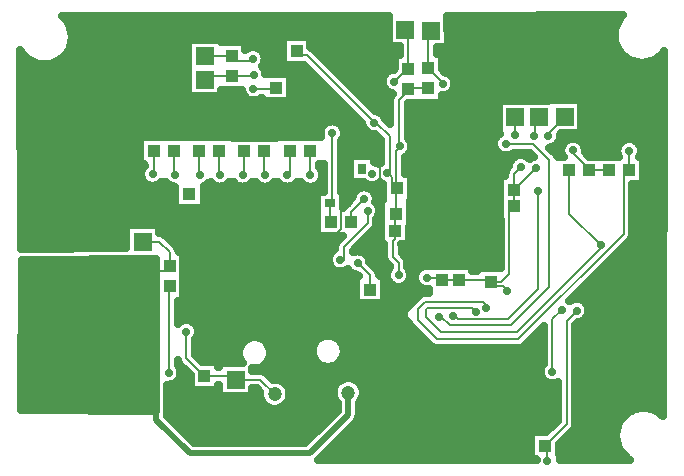
<source format=gbr>
G04 DipTrace 3.2.0.1*
G04 Bottom.gbr*
%MOIN*%
G04 #@! TF.FileFunction,Copper,L2,Bot*
G04 #@! TF.Part,Single*
G04 #@! TA.AperFunction,Conductor*
%ADD14C,0.007874*%
%ADD15C,0.019685*%
G04 #@! TA.AperFunction,CopperBalancing*
%ADD16C,0.025*%
%ADD17R,0.027559X0.035433*%
%ADD18R,0.035433X0.027559*%
%ADD19R,0.043307X0.03937*%
%ADD20R,0.03937X0.043307*%
G04 #@! TA.AperFunction,ComponentPad*
%ADD27R,0.047244X0.047244*%
%ADD28C,0.047244*%
%ADD33R,0.059055X0.059055*%
G04 #@! TA.AperFunction,ViaPad*
%ADD43C,0.027559*%
%ADD45C,0.062992*%
%FSLAX26Y26*%
G04*
G70*
G90*
G75*
G01*
G04 Bottom*
%LPD*%
X1699698Y1348504D2*
D14*
Y1346886D1*
X1682811Y1363773D1*
Y1383675D1*
X1668228Y1398257D1*
X1699698Y1348504D2*
X1698055D1*
Y1469467D1*
X1714571Y1485983D1*
X1709446D1*
X1695169Y1205539D2*
Y1261672D1*
X1695581D1*
X1804437Y1679539D2*
X1740348D1*
X1738664Y1677856D1*
X1365585Y1804398D2*
Y1789707D1*
X1400163D1*
X1628938Y1560932D1*
X1623866D1*
Y1565471D1*
X1738664Y1677856D2*
X1737371D1*
X1751636Y1663591D1*
X1729686D1*
X1707058Y1640962D1*
Y1488371D1*
X1709446Y1485983D1*
X1623866Y1565471D2*
X1630643D1*
X1675573Y1520541D1*
Y1398257D1*
X1668228D1*
X1695581Y1261672D2*
Y1344387D1*
X1699698Y1348504D1*
X1706058Y1056692D2*
Y1098877D1*
X1687273Y1117661D1*
Y1169780D1*
X1695169Y1177676D1*
Y1205539D1*
X848648Y1065007D2*
X773209D1*
X771652Y1066563D1*
X697972D1*
X696416Y1068119D1*
X624193D1*
X624089Y1068223D1*
X547504D1*
X547400Y1068119D1*
Y984587D1*
X548955Y983031D1*
Y898760D1*
X548853Y898657D1*
Y817546D1*
X547297Y815990D1*
Y736491D1*
X549058Y734730D1*
Y651755D1*
X550820Y649992D1*
X625849D1*
X627509Y651652D1*
X701495D1*
X701597Y651550D1*
X779948D1*
X780050Y651652D1*
X810894D1*
X811570Y650976D1*
X852950D1*
X853423Y651449D1*
X550820Y649992D2*
X473799D1*
X471833Y648026D1*
Y728115D1*
X468537Y731412D1*
Y808731D1*
X475795Y815990D1*
Y900010D1*
X475898Y900113D1*
Y987781D1*
X476688Y988571D1*
Y1061734D1*
X470301Y1068121D1*
X547400D1*
X548955Y983031D2*
X482227D1*
X476688Y988571D1*
X548853Y898657D2*
X477353D1*
X475898Y900113D1*
X547297Y815990D2*
X475795D1*
X549058Y734730D2*
X471854D1*
X468537Y731412D1*
X943627Y1086269D2*
Y1070404D1*
X854046D1*
X848648Y1065007D1*
X943627Y1086269D2*
Y1132677D1*
X907417Y1168887D1*
X852651D1*
X1537966Y665429D2*
D15*
Y591144D1*
X1409505Y462684D1*
X1010154D1*
X898622Y574215D1*
Y606249D1*
X853423Y651449D1*
X2013092Y1033684D2*
D14*
Y1019293D1*
X2052831D1*
X2067890Y1004234D1*
X2089996Y1286949D2*
Y1341202D1*
X2090139D1*
X1906474Y1041114D2*
X1852867D1*
X1851987Y1041995D1*
X2407083Y1406833D2*
X2341927D1*
X2341375Y1406282D1*
X2088160Y1333467D2*
X2084969D1*
X2164509Y1413008D1*
X2164915D1*
X2341375Y1406282D2*
Y1409913D1*
X2277663Y1473626D1*
X2287686D1*
X2113507Y1418760D2*
X2114787D1*
X2089192Y1393164D1*
Y1340255D1*
X2089996Y1286949D2*
X2075545D1*
Y1060713D1*
X2048516Y1033684D1*
X2013092D1*
X1906474Y1041114D2*
X2005661D1*
X2013092Y1033684D1*
X1799098Y1049240D2*
X1844741D1*
X1851987Y1041995D1*
X1057419Y720262D2*
X997630Y780051D1*
Y869117D1*
X1057419Y720262D2*
X1151105D1*
X1162572Y708795D1*
X1244608D1*
X1292794Y660609D1*
X1149986Y1721281D2*
Y1719357D1*
X1216739D1*
X1223127Y1725745D1*
X1149986Y1721281D2*
X1073213D1*
X1059983Y1708051D1*
X1149986Y1788210D2*
X1062049D1*
X1059777Y1785938D1*
X1149986Y1788210D2*
Y1770266D1*
X1212333D1*
X1220566Y1778499D1*
X2218531Y734925D2*
Y909503D1*
X2250373Y941344D1*
X1365585Y1737469D2*
X1413022D1*
X1637654Y1512837D1*
X1084718Y1851592D2*
X1195850D1*
X1364442Y1683000D1*
Y1681026D1*
X2261249Y487728D2*
Y490350D1*
X2313591Y542692D1*
Y736773D1*
X2064877Y1402123D2*
Y1399563D1*
X2006516Y1341202D1*
X2023210D1*
X1582706Y1359450D2*
Y1349806D1*
X1529429Y1296529D1*
X853820Y1326440D2*
X940753D1*
X941731Y1327417D1*
X1637654Y1512837D2*
Y1507930D1*
X1644270Y1501314D1*
Y1357142D1*
X1631320Y1344192D1*
X1592071D1*
X1582706Y1353556D1*
Y1359450D1*
X1713576Y1161172D2*
X1717731D1*
X1762098Y1205539D1*
X1529429Y1296529D2*
X1515552D1*
Y1211102D1*
X1491837Y1187387D1*
X1406568D1*
X1383942Y1210013D1*
Y1207329D1*
X941731Y1327417D2*
Y1201986D1*
X979572Y1164144D1*
X1159963Y606710D2*
X1119660D1*
X1080371Y645999D1*
X1114295Y818668D2*
X1088895D1*
X1057419Y787192D1*
X1739169Y1409508D2*
Y1375962D1*
X1766627Y1348504D1*
X1114295Y818668D2*
D15*
Y821833D1*
X1155047Y862585D1*
X1259501D1*
X1292794Y829293D1*
Y739349D1*
X1533146D1*
X1537966Y744169D1*
D14*
Y867681D1*
X1678188Y1007903D1*
X1695745D1*
Y957932D1*
X1695259Y957445D1*
X1698176D1*
X1711790Y971059D1*
Y1015098D1*
X1805615Y1108924D1*
X1851987D1*
X1804437Y1746469D2*
X1853039Y1697866D1*
Y1694869D1*
X1804437Y1746469D2*
Y1861927D1*
X1814088Y1871577D1*
X1738664Y1744785D2*
X1733678D1*
X1691364Y1702470D1*
X1738664Y1744785D2*
Y1865096D1*
X1728008Y1875752D1*
X1409525Y1471551D2*
Y1392902D1*
X1411860Y1390567D1*
X1258314Y1469408D2*
Y1393665D1*
X1260970Y1391009D1*
X1106648Y1472504D2*
Y1394157D1*
X1109639Y1391167D1*
X956172Y1471551D2*
Y1395604D1*
X960371Y1391404D1*
X2274446Y1406282D2*
Y1262175D1*
X2379533Y1157088D1*
Y1148003D1*
X2099765Y868235D1*
X1846150D1*
X1796907Y917478D1*
Y942816D1*
X1802886Y948795D1*
X1951315D1*
X1964594Y935516D1*
X2474012Y1406833D2*
X2474383Y1471290D1*
X2474012Y1406833D2*
X2456247Y1389068D1*
Y1194878D1*
X2104241Y842873D1*
X1834214D1*
X1769211Y907875D1*
Y943466D1*
X1793934Y968189D1*
X1986385D1*
X1995925Y958648D1*
Y948231D1*
X1221969Y1678303D2*
X1294790D1*
X1297513Y1681026D1*
X1478248Y1296529D2*
Y1236299D1*
X1480682Y1233865D1*
X1484849Y1530709D2*
Y1303130D1*
X1478248Y1296529D1*
X1547612Y1233865D2*
Y1267303D1*
X1590995Y1310686D1*
X1342596Y1471551D2*
Y1397668D1*
X1335518Y1390591D1*
X1191385Y1469408D2*
Y1395996D1*
X1185979Y1390591D1*
X1039719Y1472504D2*
Y1392761D1*
X1042266Y1390214D1*
X889243Y1471551D2*
Y1396932D1*
X886333Y1394022D1*
X1611259Y1007903D2*
Y1055972D1*
X1569689Y1097542D1*
X939697Y730781D2*
Y1015409D1*
X943627Y1019340D1*
X2194320Y487728D2*
X2205678D1*
Y499333D1*
X2265735Y559390D1*
Y904633D1*
X2300070Y938967D1*
X2202047Y439144D2*
Y480001D1*
X2194320Y487728D1*
X1511794Y1108446D2*
X1523003D1*
Y1149714D1*
X1602667Y1229378D1*
Y1271215D1*
X1842106Y919123D2*
X1847294D1*
X1875804Y890613D1*
X2080886D1*
X2207980Y1017707D1*
Y1441602D1*
X2154617Y1494966D1*
X2063028D1*
X1885886Y919802D2*
X1892854D1*
X1903329Y909327D1*
X2070790D1*
X2171720Y1010257D1*
Y1337911D1*
X2260054Y1585461D2*
X2247556D1*
Y1571673D1*
X2204533Y1528650D1*
Y1520852D1*
X2174917Y1583647D2*
Y1569257D1*
X2160803Y1555143D1*
Y1520087D1*
X2158854D1*
X2095371Y1583157D2*
Y1523028D1*
X2095396Y1523003D1*
D43*
X1799098Y1049240D3*
X1484849Y1530709D3*
X1569689Y1097542D3*
X1964594Y935516D3*
X1995925Y948231D3*
X1739169Y1409508D3*
X979572Y1164144D3*
X1511794Y1108446D3*
X1602667Y1271215D3*
X1706058Y1056692D3*
X1713576Y1161172D3*
X2202047Y439144D3*
X2250373Y941344D3*
X2300070Y938967D3*
X1617046Y1395252D3*
X1590995Y1310686D3*
X853820Y1326440D3*
X1885886Y919802D3*
X2171720Y1337911D3*
X1842106Y919123D3*
X1114295Y818668D3*
X1080371Y645999D3*
X997630Y869117D3*
X939697Y730781D3*
X2474383Y1471290D3*
X2287686Y1473626D3*
X2379533Y1157088D3*
X1221969Y1678303D3*
X1223127Y1725745D3*
X1220566Y1778499D3*
X1709446Y1485983D3*
X1668228Y1398257D3*
X2067890Y1004234D3*
X2164915Y1413008D3*
X1084718Y1851592D3*
X1637654Y1512837D3*
X1623866Y1565471D3*
X2204533Y1520852D3*
X2158854Y1520087D3*
X2095396Y1523003D3*
X1691364Y1702470D3*
X1853039Y1694869D3*
X1411860Y1390567D3*
X1335518Y1390591D3*
X1260970Y1391009D3*
X1185979Y1390591D3*
X1109639Y1391167D3*
X1042266Y1390214D3*
X960371Y1391404D3*
X886333Y1394022D3*
X2313591Y736773D3*
D45*
X470301Y1068121D3*
X476688Y988571D3*
X475898Y900113D3*
X471833Y648026D3*
X547400Y1068119D3*
X624089Y1068223D3*
X696416Y1068119D3*
X771652Y1066563D3*
X848648Y1065007D3*
X548955Y983031D3*
X548853Y898657D3*
X550820Y649992D3*
X627509Y651652D3*
X701597Y651550D3*
X780050Y651652D3*
X853423Y651449D3*
X547297Y815990D3*
X475795D3*
X468537Y731412D3*
X549058Y734730D3*
D43*
X2063028Y1494966D3*
X2113507Y1418760D3*
X2064877Y1402123D3*
X2218531Y734925D3*
X1383942Y1207329D3*
X1695259Y957445D3*
X790291Y1756432D3*
X780298Y1381904D3*
X1823003Y1411820D3*
X1753105Y1346034D2*
D16*
X2031159D1*
X1752387Y1321165D2*
X2030980D1*
X1751669Y1296297D2*
X2030765D1*
X1750988Y1271428D2*
X2030550D1*
X1750270Y1246559D2*
X2030370D1*
X1749552Y1221690D2*
X2030155D1*
X1748835Y1196822D2*
X2029975D1*
X1748152Y1171953D2*
X2029760D1*
X1747436Y1147084D2*
X2029545D1*
X1746718Y1122215D2*
X2029365D1*
X1746000Y1097346D2*
X2029150D1*
X1816177Y1088959D2*
X1896983D1*
Y1088062D1*
X1951470Y1088079D1*
Y1084311D1*
X2031531Y1083654D1*
X2033852Y1368446D1*
X1751270Y1370801D1*
X1743193Y1085938D1*
X1784871Y1085636D1*
X1789972Y1087251D1*
X1796031Y1088210D1*
X1802165D1*
X1806990Y1087496D1*
X1806991Y1088959D1*
X1816177D1*
X451570Y1087205D2*
X893759D1*
X451462Y1062336D2*
X893759D1*
X451391Y1037467D2*
X893759D1*
X451319Y1012598D2*
X893759D1*
X451211Y987730D2*
X893759D1*
X451139Y962861D2*
X893759D1*
X451068Y937992D2*
X893759D1*
X450961Y913123D2*
X893759D1*
X450888Y888255D2*
X893759D1*
X450816Y863386D2*
X893759D1*
X450709Y838517D2*
X893759D1*
X450638Y813648D2*
X893759D1*
X450566Y788780D2*
X893759D1*
X450458Y763911D2*
X893759D1*
X450386Y739042D2*
X893759D1*
X450314Y714173D2*
X893759D1*
X450206Y689304D2*
X893759D1*
X450135Y664436D2*
X893759D1*
X450063Y639567D2*
X893759D1*
X449955Y614698D2*
X893759D1*
X449122Y1106938D2*
X447444Y606715D1*
X896273Y603413D1*
X896262Y1111966D1*
X449147Y1106928D1*
X605282Y1898719D2*
X1670672D1*
X1871420D2*
X2433714D1*
X615941Y1873850D2*
X1670672D1*
X1871420D2*
X2425101D1*
X618919Y1848982D2*
X1318075D1*
X1413072D2*
X1670672D1*
X1871420D2*
X2423773D1*
X614971Y1824113D2*
X1002437D1*
X1197479D2*
X1318075D1*
X1413072D2*
X1670672D1*
X1871420D2*
X2429444D1*
X603058Y1799244D2*
X1002437D1*
X1256186D2*
X1318075D1*
X1434495D2*
X1706915D1*
X1836182D2*
X2443761D1*
X446639Y1774375D2*
X472320D1*
X577795D2*
X1002437D1*
X1261928D2*
X1318075D1*
X1459362D2*
X1691161D1*
X1851936D2*
X2475160D1*
X2559500D2*
X2588912D1*
X446710Y1749507D2*
X1002437D1*
X1256652D2*
X1396517D1*
X1484230D2*
X1691161D1*
X1851936D2*
X2588804D1*
X446747Y1724638D2*
X1002652D1*
X1346972D2*
X1421385D1*
X1509098D2*
X1656677D1*
X1880858D2*
X2588697D1*
X446818Y1699769D2*
X1002652D1*
X1346972D2*
X1446252D1*
X1533966D2*
X1649860D1*
X1894315D2*
X2588589D1*
X446854Y1674900D2*
X1002652D1*
X1346972D2*
X1471121D1*
X1558833D2*
X1661163D1*
X1889147D2*
X2588482D1*
X446927Y1650031D2*
X1192479D1*
X1346972D2*
X1495988D1*
X1583701D2*
X1676736D1*
X1851936D2*
X2588374D1*
X446962Y1625163D2*
X1520856D1*
X1608568D2*
X1675302D1*
X1738793D2*
X2038018D1*
X2317388D2*
X2588266D1*
X447034Y1600294D2*
X1545723D1*
X1644130D2*
X1675302D1*
X1738793D2*
X2038018D1*
X2317388D2*
X2588159D1*
X447070Y1575425D2*
X1570591D1*
X1738793D2*
X2038018D1*
X2317388D2*
X2588051D1*
X447142Y1550556D2*
X1448656D1*
X1521012D2*
X1585232D1*
X1738793D2*
X2038018D1*
X2317388D2*
X2587944D1*
X447177Y1525688D2*
X1443597D1*
X1526106D2*
X1626571D1*
X1738793D2*
X2036367D1*
X2245836D2*
X2587801D1*
X447249Y1500819D2*
X839774D1*
X1516597D2*
X1643831D1*
X1748122D2*
X2021870D1*
X2240597D2*
X2257092D1*
X2318286D2*
X2446273D1*
X2502516D2*
X2587693D1*
X447285Y1475950D2*
X839774D1*
X1516597D2*
X1643831D1*
X1749738D2*
X2026356D1*
X2217487D2*
X2246004D1*
X2329196D2*
X2433068D1*
X2515685D2*
X2587585D1*
X447357Y1451081D2*
X839774D1*
X1516597D2*
X1539946D1*
X1625470D2*
X1643831D1*
X1729786D2*
X2089010D1*
X2138004D2*
X2153566D1*
X2523472D2*
X2587478D1*
X447392Y1426213D2*
X856461D1*
X1516597D2*
X1539946D1*
X1729786D2*
X2072647D1*
X2523472D2*
X2587370D1*
X447465Y1401344D2*
X845444D1*
X1516597D2*
X1539946D1*
X1729786D2*
X2058615D1*
X2523472D2*
X2587262D1*
X447500Y1376475D2*
X848888D1*
X1516597D2*
X1539946D1*
X1749163D2*
X2040675D1*
X2523472D2*
X2587155D1*
X447572Y1351606D2*
X958012D1*
X1059290D2*
X1180602D1*
X1191362D2*
X1330131D1*
X1340913D2*
X1453106D1*
X1516597D2*
X1650218D1*
X1749163D2*
X2040675D1*
X2487983D2*
X2587047D1*
X447608Y1326738D2*
X958012D1*
X1059290D2*
X1432724D1*
X1523774D2*
X1552865D1*
X1629130D2*
X1650218D1*
X1749163D2*
X2040530D1*
X2487983D2*
X2586940D1*
X447680Y1301869D2*
X958012D1*
X1059290D2*
X1432724D1*
X1523774D2*
X1538331D1*
X1631571D2*
X1646127D1*
X1745037D2*
X2040530D1*
X2487983D2*
X2586831D1*
X447715Y1277000D2*
X1431217D1*
X1745037D2*
X2040530D1*
X2487983D2*
X2586723D1*
X447787Y1252131D2*
X1431217D1*
X1745037D2*
X2040530D1*
X2487983D2*
X2586615D1*
X447823Y1227262D2*
X1431217D1*
X1745037D2*
X2043797D1*
X2487983D2*
X2586508D1*
X447895Y1202394D2*
X795314D1*
X909975D2*
X1431217D1*
X1619550D2*
X1645697D1*
X1744642D2*
X2043797D1*
X2487983D2*
X2586400D1*
X447930Y1177525D2*
X795314D1*
X942630D2*
X1506969D1*
X1594681D2*
X1645697D1*
X1744642D2*
X2043797D1*
X2482277D2*
X2586293D1*
X448003Y1152656D2*
X795314D1*
X967497D2*
X1491395D1*
X1569814D2*
X1655529D1*
X1719020D2*
X2043797D1*
X2457875D2*
X2586185D1*
X991109Y1127787D2*
X1475319D1*
X1596942D2*
X1655529D1*
X1720993D2*
X2043797D1*
X2433008D2*
X2586077D1*
X991109Y1102919D2*
X1470581D1*
X1610902D2*
X1659512D1*
X1737537D2*
X2043797D1*
X2408140D2*
X2585970D1*
X991109Y1078050D2*
X1484720D1*
X1633042D2*
X1670816D1*
X1741304D2*
X1770178D1*
X2383273D2*
X2585862D1*
X991109Y1053181D2*
X1570197D1*
X1643017D2*
X1664608D1*
X2358404D2*
X2585755D1*
X991109Y1028312D2*
X1561799D1*
X1660709D2*
X1676665D1*
X1735455D2*
X1763576D1*
X2333537D2*
X2585647D1*
X991109Y1003444D2*
X1561799D1*
X1660709D2*
X1804484D1*
X2308669D2*
X2585539D1*
X991109Y978575D2*
X1561799D1*
X1660709D2*
X1760454D1*
X2283802D2*
X2585432D1*
X971445Y953706D2*
X1735587D1*
X2338776D2*
X2585324D1*
X971445Y928837D2*
X1719833D1*
X2340319D2*
X2585217D1*
X1017844Y903969D2*
X1729272D1*
X2319972D2*
X2585109D1*
X1037938Y879100D2*
X1754139D1*
X2297474D2*
X2585001D1*
X1036287Y854231D2*
X1458417D1*
X1483656D2*
X1779007D1*
X2159463D2*
X2186794D1*
X2297474D2*
X2584894D1*
X1029362Y829362D2*
X1181571D1*
X1270144D2*
X1423573D1*
X1518500D2*
X1803874D1*
X2134594D2*
X2186794D1*
X2297474D2*
X2584786D1*
X1029362Y804493D2*
X1171739D1*
X1280013D2*
X1416541D1*
X1525533D2*
X2186794D1*
X2297474D2*
X2584678D1*
X1041921Y779625D2*
X1174861D1*
X1276856D2*
X1422210D1*
X1519864D2*
X2186794D1*
X2297474D2*
X2584571D1*
X1256617Y754756D2*
X1449697D1*
X1492375D2*
X2182345D1*
X2297474D2*
X2584463D1*
X981277Y729887D2*
X1003944D1*
X1267382D2*
X2177249D1*
X2297474D2*
X2584356D1*
X971588Y705018D2*
X1009937D1*
X1315825D2*
X1506718D1*
X1569240D2*
X2190849D1*
X2297474D2*
X2584248D1*
X936566Y680150D2*
X1009937D1*
X1340155D2*
X1488811D1*
X1587146D2*
X2233982D1*
X2297474D2*
X2584140D1*
X936566Y655281D2*
X1105245D1*
X1219907D2*
X1241640D1*
X1343923D2*
X1487591D1*
X1588331D2*
X2233982D1*
X2297474D2*
X2584033D1*
X936566Y630412D2*
X1251797D1*
X1333803D2*
X1500329D1*
X1575627D2*
X2233982D1*
X2297474D2*
X2583925D1*
X936566Y605543D2*
X1500151D1*
X1575627D2*
X2233982D1*
X2297474D2*
X2482265D1*
X2562945D2*
X2583818D1*
X944388Y580675D2*
X1475282D1*
X1574012D2*
X2233982D1*
X2297474D2*
X2449753D1*
X969256Y555806D2*
X1450415D1*
X1554850D2*
X2218301D1*
X2297259D2*
X2435077D1*
X994123Y530937D2*
X1425547D1*
X1529983D2*
X2144846D1*
X2281146D2*
X2429121D1*
X1018992Y506068D2*
X1400680D1*
X1505114D2*
X2144846D1*
X2256278D2*
X2430197D1*
X1480247Y481199D2*
X2144846D1*
X2243790D2*
X2438522D1*
X1455379Y456331D2*
X2144846D1*
X2244938D2*
X2456966D1*
X1551621Y1454840D2*
X1622978D1*
X1623161Y1433861D1*
X1629126Y1432429D1*
X1634793Y1430081D1*
X1640879Y1426201D1*
X1646318Y1430594D1*
X1646325Y1508458D1*
X1628122Y1526629D1*
X1623866Y1526381D1*
X1617751Y1526862D1*
X1611786Y1528294D1*
X1606119Y1530642D1*
X1600890Y1533846D1*
X1596224Y1537829D1*
X1592241Y1542495D1*
X1589037Y1547724D1*
X1586689Y1553391D1*
X1585257Y1559356D1*
X1584846Y1563661D1*
X1391081Y1757427D1*
X1320589Y1757433D1*
Y1851362D1*
X1410581D1*
Y1817021D1*
X1415445Y1814646D1*
X1419157Y1811948D1*
X1479306Y1751928D1*
X1626933Y1604441D1*
X1632992Y1603482D1*
X1638825Y1601587D1*
X1644291Y1598802D1*
X1649253Y1595196D1*
X1653591Y1590858D1*
X1657197Y1585896D1*
X1659982Y1580430D1*
X1661483Y1575993D1*
X1677790Y1559688D1*
X1677900Y1643257D1*
X1678618Y1647790D1*
X1680035Y1652155D1*
X1682119Y1656244D1*
X1684818Y1659957D1*
X1686383Y1661650D1*
X1685248Y1663861D1*
X1679283Y1665293D1*
X1673617Y1667640D1*
X1668387Y1670845D1*
X1663722Y1674828D1*
X1659739Y1679493D1*
X1656534Y1684723D1*
X1654186Y1690390D1*
X1652755Y1696354D1*
X1652273Y1702470D1*
X1652755Y1708585D1*
X1654186Y1714550D1*
X1656534Y1720217D1*
X1659739Y1725446D1*
X1663722Y1730112D1*
X1668387Y1734094D1*
X1673617Y1737299D1*
X1679283Y1739647D1*
X1685248Y1741079D1*
X1689004Y1741467D1*
X1693646Y1746114D1*
X1693668Y1791749D1*
X1709421D1*
X1709356Y1820913D1*
X1673169D1*
Y1922199D1*
X583957Y1920530D1*
X589665Y1915301D1*
X594535Y1910033D1*
X598978Y1904399D1*
X602963Y1898433D1*
X606469Y1892173D1*
X609472Y1885657D1*
X611955Y1878927D1*
X613903Y1872022D1*
X615303Y1864986D1*
X616146Y1857861D1*
X616428Y1850692D1*
X616146Y1843522D1*
X615303Y1836398D1*
X613903Y1829361D1*
X611955Y1822457D1*
X609472Y1815726D1*
X606469Y1809210D1*
X602963Y1802950D1*
X598978Y1796984D1*
X594535Y1791350D1*
X589665Y1786083D1*
X584398Y1781213D1*
X578764Y1776770D1*
X572798Y1772785D1*
X566538Y1769280D1*
X560022Y1766276D1*
X553291Y1763793D1*
X546387Y1761845D1*
X539350Y1760445D1*
X532226Y1759602D1*
X525056Y1759320D1*
X517887Y1759602D1*
X510762Y1760445D1*
X503726Y1761845D1*
X496822Y1763793D1*
X490091Y1766276D1*
X483575Y1769280D1*
X477315Y1772785D1*
X471349Y1776770D1*
X465715Y1781213D1*
X460448Y1786083D1*
X455577Y1791350D1*
X451135Y1796984D1*
X447150Y1802950D1*
X444068Y1808451D1*
X445567Y1144701D1*
X797819Y1148644D1*
X797812Y1223726D1*
X907490D1*
Y1198140D1*
X911992Y1197776D1*
X916455Y1196703D1*
X920696Y1194948D1*
X924609Y1192550D1*
X928105Y1189562D1*
X965867Y1151672D1*
X968566Y1147959D1*
X970650Y1143870D1*
X972067Y1139505D1*
X972786Y1134963D1*
X981308Y1133234D1*
X988623D1*
Y972375D1*
X968923D1*
X968945Y895664D1*
X972243Y898841D1*
X977205Y902448D1*
X982671Y905232D1*
X988504Y907127D1*
X994563Y908087D1*
X1000697D1*
X1006756Y907127D1*
X1012589Y905232D1*
X1018055Y902448D1*
X1023017Y898841D1*
X1027354Y894504D1*
X1030961Y889542D1*
X1033745Y884076D1*
X1035640Y878243D1*
X1036600Y872184D1*
Y866050D1*
X1035640Y859991D1*
X1033745Y854157D1*
X1030961Y848692D1*
X1026874Y843210D1*
X1026878Y792146D1*
X1051831Y767214D1*
X1102415Y767227D1*
Y749535D1*
X1107764Y749510D1*
X1107734Y763634D1*
X1187218D1*
X1183795Y767839D1*
X1179531Y774797D1*
X1176408Y782335D1*
X1174504Y790269D1*
X1173864Y798404D1*
X1174504Y806539D1*
X1176408Y814474D1*
X1179531Y822012D1*
X1183795Y828970D1*
X1189094Y835175D1*
X1195299Y840474D1*
X1202257Y844738D1*
X1209795Y847861D1*
X1217730Y849765D1*
X1225865Y850406D1*
X1234000Y849765D1*
X1241934Y847861D1*
X1249472Y844738D1*
X1256430Y840474D1*
X1262635Y835175D1*
X1267934Y828970D1*
X1272198Y822012D1*
X1275322Y814474D1*
X1277226Y806539D1*
X1277866Y798404D1*
X1277226Y790269D1*
X1275322Y782335D1*
X1272198Y774797D1*
X1267934Y767839D1*
X1262635Y761634D1*
X1256430Y756335D1*
X1249472Y752071D1*
X1241934Y748948D1*
X1234000Y747043D1*
X1225865Y746403D1*
X1217402Y747109D1*
X1217411Y738049D1*
X1246903Y737953D1*
X1251436Y737235D1*
X1255801Y735818D1*
X1259890Y733734D1*
X1263602Y731035D1*
X1285715Y709051D1*
X1292794Y709542D1*
X1300449Y708940D1*
X1307915Y707147D1*
X1315009Y704209D1*
X1321556Y700197D1*
X1327395Y695210D1*
X1332382Y689371D1*
X1336394Y682824D1*
X1339332Y675730D1*
X1341125Y668264D1*
X1341727Y660609D1*
X1341125Y652954D1*
X1339332Y645488D1*
X1336394Y638394D1*
X1332382Y631846D1*
X1327395Y626008D1*
X1321556Y621021D1*
X1315009Y617009D1*
X1307915Y614071D1*
X1300449Y612278D1*
X1292794Y611676D1*
X1285139Y612278D1*
X1277673Y614071D1*
X1270579Y617009D1*
X1264031Y621021D1*
X1258193Y626008D1*
X1253206Y631846D1*
X1249194Y638394D1*
X1246256Y645488D1*
X1244463Y652954D1*
X1243861Y660609D1*
X1244391Y667652D1*
X1232504Y679537D1*
X1217444Y679547D1*
X1217411Y653957D1*
X1107734D1*
Y691025D1*
X1102411Y691014D1*
X1102415Y673298D1*
X1012423D1*
Y723930D1*
X975390Y761056D1*
X972692Y764769D1*
X970608Y768858D1*
X969188Y773232D1*
X968945Y756720D1*
X973028Y751206D1*
X975812Y745740D1*
X977707Y739907D1*
X978667Y733848D1*
Y727714D1*
X977707Y721655D1*
X975812Y715822D1*
X973028Y710356D1*
X969421Y705394D1*
X965084Y701056D1*
X960122Y697450D1*
X954656Y694665D1*
X948823Y692770D1*
X942764Y691811D1*
X936630D1*
X934070Y692114D1*
X933979Y588639D1*
X1024696Y497856D1*
X1394940Y497837D1*
X1502815Y605707D1*
X1502812Y631370D1*
X1498378Y636667D1*
X1494366Y643214D1*
X1491428Y650308D1*
X1489635Y657774D1*
X1489033Y665429D1*
X1489635Y673084D1*
X1491428Y680550D1*
X1494366Y687644D1*
X1498378Y694192D1*
X1503365Y700030D1*
X1509203Y705017D1*
X1515751Y709029D1*
X1522845Y711967D1*
X1530311Y713760D1*
X1537966Y714362D1*
X1545621Y713760D1*
X1553087Y711967D1*
X1560181Y709029D1*
X1566728Y705017D1*
X1572567Y700030D1*
X1577554Y694192D1*
X1581566Y687644D1*
X1584504Y680550D1*
X1586297Y673084D1*
X1586899Y665429D1*
X1586297Y657774D1*
X1584504Y650308D1*
X1581566Y643214D1*
X1577554Y636667D1*
X1573127Y631434D1*
X1573012Y588386D1*
X1572148Y582938D1*
X1570444Y577692D1*
X1567940Y572777D1*
X1564697Y568314D1*
X1523849Y527312D1*
X1437493Y440958D1*
X2165581Y442064D1*
X2165466Y442734D1*
X2147356Y442732D1*
Y532724D1*
X2197701D1*
X2236480Y571499D1*
X2236278Y700096D1*
X2230612Y697748D1*
X2224647Y696316D1*
X2218531Y695835D1*
X2212416Y696316D1*
X2206451Y697748D1*
X2200785Y700096D1*
X2195555Y703301D1*
X2190890Y707283D1*
X2186907Y711949D1*
X2183702Y717178D1*
X2181354Y722845D1*
X2179923Y728810D1*
X2179441Y734925D1*
X2179923Y741041D1*
X2181354Y747005D1*
X2183702Y752672D1*
X2186907Y757902D1*
X2189287Y760832D1*
X2189283Y886535D1*
X2123236Y820633D1*
X2119524Y817934D1*
X2115434Y815850D1*
X2111070Y814433D1*
X2106537Y813715D1*
X2021564Y813625D1*
X1831919Y813715D1*
X1827386Y814433D1*
X1823021Y815850D1*
X1818932Y817934D1*
X1815219Y820633D1*
X1755071Y880652D1*
X1729176Y906676D1*
X1726478Y910388D1*
X1724394Y914478D1*
X1722976Y918843D1*
X1722259Y923375D1*
Y927966D1*
X1722976Y932499D1*
X1724394Y936864D1*
X1726478Y940953D1*
X1729176Y944665D1*
X1773253Y988870D1*
X1776743Y991852D1*
X1780656Y994249D1*
X1784896Y996005D1*
X1789360Y997077D1*
X1793934Y997437D1*
X1806961D1*
X1806991Y1010927D1*
X1802165Y1010270D1*
X1796031D1*
X1789972Y1011230D1*
X1784139Y1013125D1*
X1778673Y1015909D1*
X1773711Y1019516D1*
X1769374Y1023853D1*
X1765768Y1028815D1*
X1762983Y1034281D1*
X1761088Y1040114D1*
X1760129Y1046173D1*
Y1052307D1*
X1761088Y1058366D1*
X1762983Y1064199D1*
X1765768Y1069665D1*
X1769374Y1074627D1*
X1773711Y1078965D1*
X1778673Y1082571D1*
X1784139Y1085356D1*
X1789972Y1087251D1*
X1796031Y1088210D1*
X1802165D1*
X1806990Y1087496D1*
X1806991Y1088959D1*
X1896983D1*
Y1088062D1*
X1951470Y1088079D1*
Y1070387D1*
X1968087Y1070362D1*
X1968096Y1080648D1*
X2046287D1*
X2046297Y1241963D1*
X2043031Y1241953D1*
X2043175Y1386198D1*
X2059933D1*
X2060034Y1395459D1*
X2060752Y1399992D1*
X2062169Y1404357D1*
X2064253Y1408446D1*
X2066951Y1412159D1*
X2074537Y1421827D1*
X2075496Y1427886D1*
X2077391Y1433719D1*
X2080176Y1439185D1*
X2083782Y1444147D1*
X2088119Y1448484D1*
X2093081Y1452091D1*
X2098547Y1454875D1*
X2104381Y1456770D1*
X2110440Y1457730D1*
X2116573D1*
X2122633Y1456770D1*
X2128466Y1454875D1*
X2133932Y1452091D1*
X2138894Y1448484D1*
X2142442Y1445001D1*
X2147168Y1447837D1*
X2152835Y1450185D1*
X2156976Y1451255D1*
X2142513Y1465706D1*
X2088984Y1465718D1*
X2083453Y1461635D1*
X2077987Y1458850D1*
X2072154Y1456955D1*
X2066094Y1455996D1*
X2059961D1*
X2053902Y1456955D1*
X2048068Y1458850D1*
X2042602Y1461635D1*
X2037640Y1465241D1*
X2033303Y1469579D1*
X2029697Y1474541D1*
X2026912Y1480007D1*
X2025017Y1485840D1*
X2024058Y1491899D1*
Y1498033D1*
X2025017Y1504092D1*
X2026912Y1509925D1*
X2029697Y1515391D1*
X2033303Y1520353D1*
X2037640Y1524690D1*
X2042634Y1528314D1*
X2040533Y1528319D1*
Y1637996D1*
X2120088D1*
X2120079Y1638486D1*
X2205232D1*
X2205215Y1640299D1*
X2314892D1*
Y1530622D1*
X2247896D1*
X2243503Y1523919D1*
Y1517785D1*
X2242543Y1511726D1*
X2240648Y1505892D1*
X2237864Y1500427D1*
X2234257Y1495465D1*
X2229920Y1491127D1*
X2224958Y1487521D1*
X2219492Y1484736D1*
X2213659Y1482841D1*
X2208898Y1482035D1*
X2230220Y1460597D1*
X2232919Y1456885D1*
X2235005Y1452786D1*
X2236668Y1451278D1*
X2255579D1*
X2252857Y1455879D1*
X2250509Y1461546D1*
X2248774Y1469051D1*
X2248415Y1473626D1*
X2248777Y1478210D1*
X2250509Y1485706D1*
X2252857Y1491373D1*
X2256062Y1496602D1*
X2260045Y1501268D1*
X2264710Y1505251D1*
X2269940Y1508455D1*
X2275606Y1510803D1*
X2281571Y1512235D1*
X2287686Y1512717D1*
X2293802Y1512235D1*
X2299766Y1510803D1*
X2305433Y1508455D1*
X2310663Y1505251D1*
X2315328Y1501268D1*
X2319311Y1496602D1*
X2322516Y1491373D1*
X2324864Y1485706D1*
X2326295Y1479741D1*
X2326777Y1473626D1*
X2326106Y1466558D1*
X2341353Y1451299D1*
X2360114Y1451278D1*
X2360118Y1451829D1*
X2440504D1*
X2438268Y1456331D1*
X2436373Y1462164D1*
X2435413Y1468223D1*
Y1474357D1*
X2436373Y1480416D1*
X2438268Y1486249D1*
X2441052Y1491715D1*
X2444659Y1496677D1*
X2448996Y1501014D1*
X2453958Y1504621D1*
X2459424Y1507406D1*
X2465257Y1509301D1*
X2471316Y1510260D1*
X2477450D1*
X2483509Y1509301D1*
X2489343Y1507406D1*
X2494808Y1504621D1*
X2499770Y1501014D1*
X2504108Y1496677D1*
X2507714Y1491715D1*
X2510499Y1486249D1*
X2512394Y1480416D1*
X2513353Y1474357D1*
Y1468223D1*
X2512394Y1462164D1*
X2510499Y1456331D1*
X2508259Y1451839D1*
X2520976Y1451829D1*
Y1361837D1*
X2485487D1*
X2485404Y1192583D1*
X2484686Y1188050D1*
X2483269Y1183685D1*
X2481185Y1179596D1*
X2478487Y1175883D1*
X2418467Y1115735D1*
X2274672Y971941D1*
X2276631Y970262D1*
X2282323Y973797D1*
X2287990Y976144D1*
X2293954Y977576D1*
X2300070Y978058D1*
X2306185Y977576D1*
X2312150Y976144D1*
X2317816Y973797D1*
X2323046Y970592D1*
X2327711Y966609D1*
X2331694Y961944D1*
X2334899Y956714D1*
X2337247Y951047D1*
X2338678Y945083D1*
X2339160Y938967D1*
X2338678Y932852D1*
X2337247Y926887D1*
X2334899Y921220D1*
X2331694Y915991D1*
X2327711Y911325D1*
X2323046Y907343D1*
X2317816Y904138D1*
X2312150Y901790D1*
X2306185Y900358D1*
X2302429Y899970D1*
X2294996Y892531D1*
X2294892Y557094D1*
X2294175Y552562D1*
X2292757Y548197D1*
X2290673Y544108D1*
X2287975Y540395D1*
X2241276Y493568D1*
X2241285Y460777D1*
X2242688Y454928D1*
X2243169Y448812D1*
X2242588Y442192D1*
X2478133Y442539D1*
X2468888Y448451D1*
X2463255Y452894D1*
X2457987Y457764D1*
X2453117Y463031D1*
X2448675Y468665D1*
X2444689Y474631D1*
X2441184Y480891D1*
X2438180Y487407D1*
X2435697Y494138D1*
X2433749Y501042D1*
X2432349Y508079D1*
X2431507Y515203D1*
X2431224Y522373D1*
X2431507Y529542D1*
X2432349Y536667D1*
X2433749Y543703D1*
X2435697Y550608D1*
X2438180Y557339D1*
X2441184Y563854D1*
X2444689Y570114D1*
X2448675Y576080D1*
X2453117Y581714D1*
X2457987Y586982D1*
X2463255Y591852D1*
X2468888Y596294D1*
X2474854Y600280D1*
X2481114Y603785D1*
X2487630Y606789D1*
X2494361Y609272D1*
X2501265Y611219D1*
X2508302Y612619D1*
X2515427Y613462D1*
X2522596Y613744D1*
X2529765Y613462D1*
X2536890Y612619D1*
X2543927Y611219D1*
X2550831Y609272D1*
X2557562Y606789D1*
X2564077Y603785D1*
X2570337Y600280D1*
X2576303Y596294D1*
X2581937Y591852D1*
X2586238Y587877D1*
X2591530Y1803371D1*
X2586808Y1797341D1*
X2581938Y1792073D1*
X2576671Y1787203D1*
X2571037Y1782761D1*
X2565071Y1778776D1*
X2558811Y1775270D1*
X2552295Y1772266D1*
X2545564Y1769783D1*
X2538660Y1767836D1*
X2531623Y1766436D1*
X2524499Y1765593D1*
X2517329Y1765311D1*
X2510160Y1765593D1*
X2503035Y1766436D1*
X2495999Y1767836D1*
X2489094Y1769783D1*
X2482364Y1772266D1*
X2475848Y1775270D1*
X2469588Y1778776D1*
X2463622Y1782761D1*
X2457988Y1787203D1*
X2452720Y1792073D1*
X2447850Y1797341D1*
X2443408Y1802975D1*
X2439423Y1808941D1*
X2435917Y1815201D1*
X2432913Y1821717D1*
X2430430Y1828448D1*
X2428483Y1835352D1*
X2427083Y1842388D1*
X2426240Y1849513D1*
X2425958Y1856682D1*
X2426240Y1863852D1*
X2427083Y1870976D1*
X2428483Y1878013D1*
X2430430Y1884917D1*
X2432913Y1891648D1*
X2435917Y1898164D1*
X2439423Y1904424D1*
X2443408Y1910390D1*
X2447850Y1916024D1*
X2454963Y1923365D1*
X1868896Y1922475D1*
X1868927Y1816739D1*
X1833652D1*
X1833685Y1793424D1*
X1849433Y1793433D1*
Y1742801D1*
X1858739Y1733530D1*
X1865119Y1732046D1*
X1870786Y1729698D1*
X1876016Y1726493D1*
X1880681Y1722510D1*
X1884664Y1717845D1*
X1887869Y1712615D1*
X1890217Y1706949D1*
X1891648Y1700984D1*
X1892130Y1694869D1*
X1891648Y1688753D1*
X1890217Y1682789D1*
X1887869Y1677122D1*
X1884664Y1671892D1*
X1880681Y1667227D1*
X1876016Y1663244D1*
X1870786Y1660039D1*
X1865119Y1657692D1*
X1859155Y1656260D1*
X1853039Y1655778D1*
X1849437Y1655962D1*
X1849433Y1632575D1*
X1783657D1*
X1783660Y1630891D1*
X1738339D1*
X1736285Y1628827D1*
X1736306Y1514399D1*
X1741071Y1508959D1*
X1744276Y1503730D1*
X1746623Y1498063D1*
X1748055Y1492098D1*
X1748537Y1485983D1*
X1748055Y1479867D1*
X1746623Y1473903D1*
X1744276Y1468236D1*
X1741071Y1463007D1*
X1737088Y1458341D1*
X1732423Y1454358D1*
X1727303Y1451094D1*
Y1393500D1*
X1746663D1*
Y1303508D1*
X1742537D1*
X1742546Y1216676D1*
X1742151D1*
X1742134Y1160543D1*
X1718832Y1160484D1*
X1717404Y1158675D1*
X1716521Y1151407D1*
Y1129769D1*
X1728298Y1117871D1*
X1730996Y1114159D1*
X1733080Y1110070D1*
X1734497Y1105705D1*
X1735215Y1101172D1*
X1735306Y1082621D1*
X1739388Y1077117D1*
X1742173Y1071651D1*
X1744068Y1065818D1*
X1745028Y1059759D1*
Y1053625D1*
X1744068Y1047566D1*
X1742173Y1041732D1*
X1739388Y1036266D1*
X1735782Y1031304D1*
X1731445Y1026967D1*
X1726483Y1023361D1*
X1721017Y1020576D1*
X1715184Y1018681D1*
X1709125Y1017722D1*
X1702991D1*
X1696932Y1018681D1*
X1691098Y1020576D1*
X1685633Y1023361D1*
X1680671Y1026967D1*
X1676333Y1031304D1*
X1672727Y1036266D1*
X1669942Y1041732D1*
X1668047Y1047566D1*
X1667088Y1053625D1*
Y1059759D1*
X1668047Y1065818D1*
X1669942Y1071651D1*
X1672727Y1077117D1*
X1676814Y1082598D1*
X1676810Y1086727D1*
X1665033Y1098667D1*
X1662335Y1102379D1*
X1660251Y1106469D1*
X1658833Y1110833D1*
X1658115Y1115366D1*
X1658025Y1160543D1*
X1648205D1*
Y1250535D1*
X1648600D1*
X1648617Y1306668D1*
X1652744D1*
X1652734Y1362394D1*
X1647803Y1364927D1*
X1644395Y1367308D1*
X1640022Y1363627D1*
X1634793Y1360423D1*
X1629126Y1358075D1*
X1623161Y1356643D1*
X1617046Y1356161D1*
X1610930Y1356643D1*
X1604966Y1358075D1*
X1599299Y1360423D1*
X1594070Y1363627D1*
X1590681Y1366430D1*
X1542434Y1366423D1*
Y1454840D1*
X1551621D1*
X1444407Y1335619D2*
X1455567D1*
X1455601Y1426535D1*
X1439014Y1426555D1*
X1439013Y1418672D1*
X1443484Y1413543D1*
X1446689Y1408314D1*
X1449037Y1402647D1*
X1450469Y1396682D1*
X1450950Y1390567D1*
X1450469Y1384451D1*
X1449037Y1378487D1*
X1446689Y1372820D1*
X1443484Y1367591D1*
X1439501Y1362925D1*
X1434836Y1358942D1*
X1429606Y1355738D1*
X1423940Y1353390D1*
X1417975Y1351958D1*
X1411860Y1351476D1*
X1405744Y1351958D1*
X1399780Y1353390D1*
X1394113Y1355738D1*
X1388883Y1358942D1*
X1384218Y1362925D1*
X1381459Y1366037D1*
X1365965Y1366038D1*
X1360906Y1360866D1*
X1355944Y1357260D1*
X1350478Y1354475D1*
X1344644Y1352580D1*
X1338585Y1351621D1*
X1332451D1*
X1326392Y1352580D1*
X1320559Y1354475D1*
X1315093Y1357260D1*
X1310131Y1360866D1*
X1305133Y1366041D1*
X1291038Y1366038D1*
X1286357Y1361285D1*
X1281395Y1357678D1*
X1275929Y1354894D1*
X1270096Y1352999D1*
X1264037Y1352039D1*
X1257903D1*
X1251844Y1352999D1*
X1246010Y1354894D1*
X1240545Y1357678D1*
X1235583Y1361285D1*
X1230911Y1366046D1*
X1216399Y1366038D1*
X1211366Y1360866D1*
X1206404Y1357260D1*
X1200938Y1354475D1*
X1195105Y1352580D1*
X1189046Y1351621D1*
X1182912D1*
X1176853Y1352580D1*
X1171020Y1354475D1*
X1165554Y1357260D1*
X1160592Y1360866D1*
X1155593Y1366041D1*
X1139606Y1366038D1*
X1135026Y1361442D1*
X1130064Y1357836D1*
X1124598Y1355051D1*
X1118765Y1353156D1*
X1112706Y1352197D1*
X1106572D1*
X1100513Y1353156D1*
X1094680Y1355051D1*
X1089214Y1357836D1*
X1084252Y1361442D1*
X1079714Y1366034D1*
X1071991Y1364827D1*
X1067654Y1360490D1*
X1062692Y1356883D1*
X1056810Y1353945D1*
X1056806Y1281240D1*
X960514D1*
X960371Y1352314D1*
X954256Y1352795D1*
X948291Y1354227D1*
X942625Y1356575D1*
X937395Y1359780D1*
X932730Y1363762D1*
X930625Y1366045D1*
X913608Y1366038D1*
X909310Y1362398D1*
X904080Y1359193D1*
X898413Y1356845D1*
X892449Y1355413D1*
X886333Y1354932D1*
X880218Y1355413D1*
X874253Y1356845D1*
X868587Y1359193D1*
X863357Y1362398D1*
X858692Y1366381D1*
X854709Y1371046D1*
X851504Y1376276D1*
X849156Y1381942D1*
X847724Y1387907D1*
X847243Y1394022D1*
X847724Y1400138D1*
X849156Y1406102D1*
X851504Y1411769D1*
X854709Y1416999D1*
X858983Y1421932D1*
X853530Y1426555D1*
X842278D1*
Y1516547D1*
X992782D1*
X992755Y1517500D1*
X1153613D1*
Y1514378D1*
X1295642Y1514404D1*
X1295631Y1516547D1*
X1448432D1*
X1446839Y1521583D1*
X1445879Y1527642D1*
Y1533776D1*
X1446839Y1539835D1*
X1448734Y1545668D1*
X1451518Y1551134D1*
X1455125Y1556096D1*
X1459462Y1560433D1*
X1464424Y1564039D1*
X1469890Y1566824D1*
X1475723Y1568719D1*
X1481782Y1569678D1*
X1487916D1*
X1493975Y1568719D1*
X1499808Y1566824D1*
X1505274Y1564039D1*
X1510236Y1560433D1*
X1514573Y1556096D1*
X1518180Y1551134D1*
X1520965Y1545668D1*
X1522860Y1539835D1*
X1523819Y1533776D1*
Y1527642D1*
X1522860Y1521583D1*
X1520965Y1515749D1*
X1518180Y1510283D1*
X1514093Y1504802D1*
X1514097Y1335606D1*
X1521276Y1335619D1*
Y1280035D1*
X1523949Y1284495D1*
X1526930Y1287984D1*
X1551974Y1313029D1*
X1552984Y1319812D1*
X1554879Y1325646D1*
X1557664Y1331112D1*
X1561270Y1336073D1*
X1565608Y1340411D1*
X1570570Y1344017D1*
X1576035Y1346802D1*
X1581869Y1348697D1*
X1587928Y1349656D1*
X1594062D1*
X1600121Y1348697D1*
X1605954Y1346802D1*
X1611420Y1344017D1*
X1616382Y1340411D1*
X1620719Y1336073D1*
X1624325Y1331112D1*
X1627110Y1325646D1*
X1629005Y1319812D1*
X1629965Y1313753D1*
Y1307619D1*
X1629005Y1301560D1*
X1628677Y1300395D1*
X1632391Y1296602D1*
X1635997Y1291640D1*
X1638782Y1286175D1*
X1640677Y1280341D1*
X1641636Y1274282D1*
Y1268148D1*
X1640677Y1262089D1*
X1638782Y1256256D1*
X1635997Y1250790D1*
X1631911Y1245308D1*
X1631824Y1227083D1*
X1631106Y1222550D1*
X1629689Y1218185D1*
X1627605Y1214096D1*
X1624907Y1210383D1*
X1564887Y1150235D1*
X1552276Y1137623D1*
X1554730Y1133657D1*
X1560563Y1135552D1*
X1566622Y1136512D1*
X1572756D1*
X1578815Y1135552D1*
X1584648Y1133657D1*
X1590114Y1130873D1*
X1595076Y1127266D1*
X1599413Y1122929D1*
X1603020Y1117967D1*
X1605804Y1112501D1*
X1607699Y1106668D1*
X1608686Y1099902D1*
X1633499Y1074967D1*
X1636197Y1071255D1*
X1638281Y1067165D1*
X1639698Y1062801D1*
X1640416Y1058268D1*
X1640507Y1055963D1*
X1646971Y1052899D1*
X1658223D1*
Y962907D1*
X1564294D1*
Y1052899D1*
X1572942D1*
X1567360Y1058508D1*
X1560563Y1059531D1*
X1554730Y1061427D1*
X1549264Y1064211D1*
X1544302Y1067818D1*
X1539965Y1072155D1*
X1536001Y1077756D1*
X1532219Y1075115D1*
X1526753Y1072331D1*
X1520920Y1070436D1*
X1514861Y1069476D1*
X1508727D1*
X1502668Y1070436D1*
X1496835Y1072331D1*
X1491369Y1075115D1*
X1486407Y1078722D1*
X1482070Y1083059D1*
X1478463Y1088021D1*
X1475678Y1093487D1*
X1473783Y1099320D1*
X1472824Y1105379D1*
Y1111513D1*
X1473783Y1117572D1*
X1475678Y1123406D1*
X1478463Y1128871D1*
X1482070Y1133833D1*
X1486407Y1138171D1*
X1491369Y1141777D1*
X1493765Y1143118D1*
X1493845Y1152009D1*
X1494563Y1156542D1*
X1495980Y1160907D1*
X1498064Y1164996D1*
X1500762Y1168709D1*
X1520819Y1188894D1*
X1433718Y1188869D1*
Y1278861D1*
X1435189D1*
X1435220Y1335619D1*
X1444407D1*
X1522878Y799144D2*
X1521601Y791085D1*
X1519080Y783324D1*
X1515375Y776054D1*
X1510579Y769453D1*
X1504808Y763682D1*
X1498207Y758886D1*
X1490937Y755181D1*
X1483176Y752660D1*
X1475117Y751383D1*
X1466957D1*
X1458898Y752660D1*
X1451136Y755181D1*
X1443866Y758886D1*
X1437265Y763682D1*
X1431495Y769453D1*
X1426698Y776054D1*
X1422993Y783324D1*
X1420472Y791085D1*
X1419196Y799144D1*
Y807304D1*
X1420472Y815364D1*
X1422993Y823125D1*
X1426698Y830395D1*
X1431495Y836996D1*
X1437265Y842766D1*
X1443866Y847563D1*
X1451136Y851268D1*
X1458898Y853789D1*
X1466957Y855066D1*
X1475117D1*
X1483176Y853789D1*
X1490937Y851268D1*
X1498207Y847563D1*
X1504808Y842766D1*
X1510579Y836996D1*
X1515375Y830395D1*
X1519080Y823125D1*
X1521601Y815364D1*
X1522878Y807304D1*
Y799144D1*
X1183104Y1674316D2*
X1114853D1*
X1114822Y1653213D1*
X1005144D1*
X1004938Y1740286D1*
Y1840777D1*
X1114615D1*
Y1835143D1*
X1194982Y1835175D1*
X1195178Y1808223D1*
X1200140Y1811829D1*
X1205606Y1814614D1*
X1211440Y1816509D1*
X1217499Y1817469D1*
X1223633D1*
X1229692Y1816509D1*
X1235525Y1814614D1*
X1240991Y1811829D1*
X1245953Y1808223D1*
X1250290Y1803886D1*
X1253896Y1798924D1*
X1256681Y1793458D1*
X1258576Y1787625D1*
X1259535Y1781566D1*
Y1775432D1*
X1258576Y1769373D1*
X1256681Y1763539D1*
X1253896Y1758073D1*
X1250625Y1753535D1*
X1254752Y1748722D1*
X1257957Y1743492D1*
X1260304Y1737825D1*
X1261736Y1731861D1*
X1262207Y1726021D1*
X1344478Y1726022D1*
Y1636030D1*
X1250549D1*
Y1649056D1*
X1247890Y1649055D1*
X1242394Y1644972D1*
X1236928Y1642188D1*
X1231094Y1640293D1*
X1225035Y1639333D1*
X1218902D1*
X1212843Y1640293D1*
X1207009Y1642188D1*
X1201543Y1644972D1*
X1196581Y1648579D1*
X1192244Y1652916D1*
X1188638Y1657878D1*
X1185853Y1663344D1*
X1183958Y1669177D1*
X1183108Y1674319D1*
D17*
X1582706Y1410631D3*
Y1359450D3*
D18*
X1478248Y1296529D3*
X1529429D3*
D19*
X1699698Y1348504D3*
X1766627D3*
D20*
X1851987Y1041995D3*
Y1108924D3*
D19*
X2023067Y1286949D3*
X2089996D3*
D20*
X2013092Y1033684D3*
Y1100613D3*
X1906474Y1041114D3*
Y1108043D3*
D19*
X2023210Y1341202D3*
X2090139D3*
X1762098Y1205539D3*
X1695169D3*
X1762510Y1261672D3*
X1695581D3*
X941731Y1327417D3*
X1008660D3*
D20*
X1365585Y1737469D3*
Y1804398D3*
X1057419Y787192D3*
Y720262D3*
D27*
X1292794Y739349D3*
D28*
Y660609D3*
D27*
X1537966Y744169D3*
D28*
Y665429D3*
D19*
X1480682Y1233865D3*
X1547612D3*
D20*
X1804437Y1746469D3*
Y1679539D3*
X1738664Y1744785D3*
Y1677856D3*
D19*
X2274446Y1406282D3*
X2341375D3*
X2474012Y1406833D3*
X2407083D3*
X2261249Y487728D3*
X2194320D3*
X1409525Y1471551D3*
X1342596D3*
X1258314Y1469408D3*
X1191385D3*
X1106648Y1472504D3*
X1039719D3*
X956172Y1471551D3*
X889243D3*
D20*
X943627Y1019340D3*
Y1086269D3*
D19*
X1678188Y1007903D3*
X1611259D3*
D20*
X1149986Y1721281D3*
Y1788210D3*
D19*
X1297513Y1681026D3*
X1364442D3*
D33*
X1159963Y606710D3*
X852651Y1168887D3*
X1162572Y708795D3*
X1059983Y1708051D3*
X1059777Y1785938D3*
X2095371Y1583157D3*
X2174917Y1583647D3*
X2260054Y1585461D3*
X1814088Y1871577D3*
X1728008Y1875752D3*
M02*

</source>
